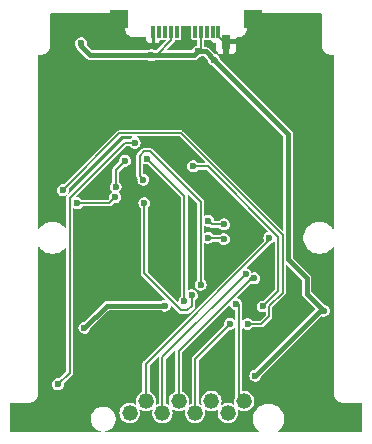
<source format=gbr>
%TF.GenerationSoftware,KiCad,Pcbnew,8.0.1*%
%TF.CreationDate,2024-04-03T17:06:29+11:00*%
%TF.ProjectId,DB9 RS232 Adapter,44423920-5253-4323-9332-204164617074,rev?*%
%TF.SameCoordinates,Original*%
%TF.FileFunction,Copper,L2,Bot*%
%TF.FilePolarity,Positive*%
%FSLAX46Y46*%
G04 Gerber Fmt 4.6, Leading zero omitted, Abs format (unit mm)*
G04 Created by KiCad (PCBNEW 8.0.1) date 2024-04-03 17:06:29*
%MOMM*%
%LPD*%
G01*
G04 APERTURE LIST*
%TA.AperFunction,SMDPad,CuDef*%
%ADD10R,0.300000X1.000000*%
%TD*%
%TA.AperFunction,SMDPad,CuDef*%
%ADD11R,0.700000X1.150000*%
%TD*%
%TA.AperFunction,ComponentPad*%
%ADD12C,1.320800*%
%TD*%
%TA.AperFunction,ComponentPad*%
%ADD13O,3.750000X1.490600*%
%TD*%
%TA.AperFunction,SMDPad,CuDef*%
%ADD14R,1.500000X1.500000*%
%TD*%
%TA.AperFunction,ViaPad*%
%ADD15C,0.600000*%
%TD*%
%TA.AperFunction,Conductor*%
%ADD16C,0.200000*%
%TD*%
%TA.AperFunction,Conductor*%
%ADD17C,0.400000*%
%TD*%
%TA.AperFunction,Conductor*%
%ADD18C,0.127000*%
%TD*%
G04 APERTURE END LIST*
D10*
%TO.P,P1,B1,GND*%
%TO.N,Earth*%
X235390000Y-74250000D03*
%TO.P,P1,B2*%
%TO.N,N/C*%
X234890000Y-74250000D03*
%TO.P,P1,B3*%
X234390000Y-74250000D03*
%TO.P,P1,B4,VBUS*%
%TO.N,VCC*%
X233890000Y-74250000D03*
%TO.P,P1,B5,VCONN*%
%TO.N,unconnected-(P1-VCONN-PadB5)*%
X233390000Y-74250000D03*
%TO.P,P1,B8*%
%TO.N,N/C*%
X231890000Y-74250000D03*
%TO.P,P1,B9,VBUS*%
%TO.N,VCC*%
X231390000Y-74250000D03*
%TO.P,P1,B10*%
%TO.N,N/C*%
X230890000Y-74250000D03*
%TO.P,P1,B11*%
X230390000Y-74250000D03*
%TO.P,P1,B12,GND*%
%TO.N,Earth*%
X229890000Y-74250000D03*
D11*
%TO.P,P1,S1,SHIELD*%
X236060000Y-75090000D03*
%TD*%
D12*
%TO.P,J1,1,1*%
%TO.N,DCD*%
X237569999Y-105542999D03*
%TO.P,J1,2,2*%
%TO.N,RX*%
X234800000Y-105542999D03*
%TO.P,J1,3,3*%
%TO.N,TX*%
X232030000Y-105542999D03*
%TO.P,J1,4,4*%
%TO.N,DTR*%
X229260000Y-105542999D03*
%TO.P,J1,5,5*%
%TO.N,Earth*%
X226490001Y-105542999D03*
%TO.P,J1,6,6*%
%TO.N,DSR*%
X236185001Y-106543000D03*
%TO.P,J1,7,7*%
%TO.N,RTS*%
X233415001Y-106543000D03*
%TO.P,J1,8,8*%
%TO.N,CTS*%
X230645001Y-106543000D03*
%TO.P,J1,9,9*%
%TO.N,RI*%
X227875002Y-106543000D03*
D13*
%TO.P,J1,10,5*%
%TO.N,Earth*%
X245125000Y-107243000D03*
%TO.P,J1,11,5*%
X220135000Y-107243000D03*
%TD*%
D14*
%TO.P,TP4,1*%
%TO.N,Earth*%
X238340000Y-73210000D03*
%TD*%
%TO.P,TP2,1*%
%TO.N,Earth*%
X226940000Y-73210000D03*
%TD*%
D15*
%TO.N,Earth*%
X226890000Y-79150000D03*
X241820000Y-105120000D03*
X242020000Y-107440000D03*
X223320000Y-81580000D03*
X223550000Y-107410000D03*
X220970000Y-77900000D03*
X223780000Y-78420000D03*
X223300000Y-105250000D03*
X220850000Y-87230000D03*
X229950000Y-103680000D03*
X226460000Y-75130000D03*
X221120000Y-95830000D03*
X225760000Y-100910000D03*
X237520000Y-82670000D03*
X235180000Y-103210000D03*
X236240000Y-98080000D03*
X225930000Y-94040000D03*
X227680000Y-89050000D03*
X242300000Y-77730000D03*
X234160000Y-87070000D03*
X232110000Y-107460000D03*
X229350000Y-107590000D03*
%TO.N,VCC*%
X244310000Y-97875000D03*
X233665000Y-75925000D03*
X229720000Y-76240000D03*
X235010000Y-76640000D03*
X223770000Y-75240000D03*
X230860000Y-97450000D03*
X224045000Y-99325000D03*
X238505000Y-103380000D03*
%TO.N,Net-(D1-K)*%
X227480000Y-85190000D03*
X226680000Y-87390000D03*
%TO.N,Net-(D2-K)*%
X228302500Y-83662500D03*
X221800000Y-104110000D03*
%TO.N,SLEEP#*%
X237855000Y-99000000D03*
X222210000Y-87670000D03*
X223432500Y-88790000D03*
X226640000Y-88270000D03*
%TO.N,CTS*%
X237694679Y-94779937D03*
%TO.N,~{RI}*%
X233880000Y-95670000D03*
X229040000Y-86780000D03*
%TO.N,DTR*%
X239695000Y-91715000D03*
%TO.N,~{DTR}*%
X235860000Y-90570000D03*
X234510000Y-90250000D03*
%TO.N,~{RTS}*%
X229110000Y-88770000D03*
X233140000Y-96570000D03*
%TO.N,~{DSR}*%
X239130000Y-97520000D03*
X233240000Y-85650000D03*
%TO.N,TX*%
X238411306Y-95135534D03*
%TO.N,RTS*%
X236380000Y-98990000D03*
%TO.N,~{DCD}*%
X232500000Y-97100000D03*
X229340000Y-85000000D03*
%TO.N,DCD*%
X236860000Y-97310000D03*
%TO.N,TXD*%
X235855000Y-91810000D03*
X234510735Y-91699265D03*
%TD*%
D16*
%TO.N,Earth*%
X236060000Y-75090000D02*
X235894212Y-75090000D01*
X235894212Y-75090000D02*
X235478989Y-74674777D01*
D17*
%TO.N,VCC*%
X224507332Y-76240000D02*
X223770000Y-75502668D01*
D16*
X229720000Y-76240000D02*
X230150000Y-76240000D01*
X233890000Y-74250000D02*
X233840000Y-74300000D01*
X233890000Y-75700000D02*
X233890000Y-74250000D01*
D17*
X225920000Y-97450000D02*
X230860000Y-97450000D01*
X241287000Y-82917000D02*
X235010000Y-76640000D01*
X235110000Y-76640000D02*
X235010000Y-76640000D01*
X241287000Y-93537000D02*
X241287000Y-82917000D01*
X244310000Y-97875000D02*
X244010000Y-97875000D01*
D16*
X231390000Y-75000000D02*
X231390000Y-74250000D01*
X233665000Y-75925000D02*
X233890000Y-75700000D01*
X230150000Y-76240000D02*
X231390000Y-75000000D01*
D17*
X242860000Y-96425000D02*
X242860000Y-95110000D01*
X235010000Y-76640000D02*
X234295000Y-75925000D01*
X244310000Y-97875000D02*
X242860000Y-96425000D01*
X229720000Y-76240000D02*
X224507332Y-76240000D01*
X224045000Y-99325000D02*
X225920000Y-97450000D01*
X244010000Y-97875000D02*
X238505000Y-103380000D01*
X234295000Y-75925000D02*
X233665000Y-75925000D01*
X233350000Y-76240000D02*
X229720000Y-76240000D01*
X242860000Y-95110000D02*
X241287000Y-93537000D01*
X233665000Y-75925000D02*
X233350000Y-76240000D01*
D16*
%TO.N,Net-(D1-K)*%
X227490000Y-85180000D02*
X226680000Y-85990000D01*
X226680000Y-85990000D02*
X226680000Y-87390000D01*
%TO.N,Net-(D2-K)*%
X227447500Y-83662500D02*
X228302500Y-83662500D01*
X222790000Y-88320000D02*
X227447500Y-83662500D01*
X222790000Y-103120000D02*
X222790000Y-88320000D01*
X221800000Y-104110000D02*
X222790000Y-103120000D01*
D18*
%TO.N,SLEEP#*%
X222210000Y-87650000D02*
X227010000Y-82850000D01*
X222190000Y-87670000D02*
X222190000Y-87650000D01*
X239693500Y-98336500D02*
X239030000Y-99000000D01*
X232192596Y-82850000D02*
X240823500Y-91480904D01*
X239030000Y-99000000D02*
X237855000Y-99000000D01*
X222190000Y-87670000D02*
X222190000Y-87670000D01*
X226120000Y-88790000D02*
X226640000Y-88270000D01*
X227010000Y-82850000D02*
X232192596Y-82850000D01*
X240823500Y-96340566D02*
X239693500Y-97470566D01*
X222190000Y-87650000D02*
X222210000Y-87650000D01*
X240823500Y-91480904D02*
X240823500Y-96340566D01*
X239693500Y-97470566D02*
X239693500Y-98336500D01*
X223432500Y-88790000D02*
X226120000Y-88790000D01*
D16*
%TO.N,CTS*%
X237694679Y-94779937D02*
X230645001Y-101829615D01*
X230645001Y-101829615D02*
X230645001Y-106543000D01*
%TO.N,~{RI}*%
X233880000Y-88691471D02*
X229588529Y-84400000D01*
X229588529Y-84400000D02*
X229091471Y-84400000D01*
X228740000Y-84751471D02*
X228740000Y-86480000D01*
X233880000Y-95670000D02*
X233880000Y-88691471D01*
X229091471Y-84400000D02*
X228740000Y-84751471D01*
X228740000Y-86480000D02*
X229040000Y-86780000D01*
%TO.N,DTR*%
X239695000Y-91925000D02*
X229260000Y-102360000D01*
X229260000Y-102360000D02*
X229260000Y-105542999D01*
X239695000Y-91715000D02*
X239695000Y-91925000D01*
%TO.N,~{DTR}*%
X235860000Y-90570000D02*
X234830000Y-90570000D01*
X234830000Y-90570000D02*
X234510000Y-90250000D01*
%TO.N,~{RTS}*%
X233140000Y-96570000D02*
X233140000Y-97458529D01*
X229110000Y-94708529D02*
X229110000Y-88770000D01*
X232251471Y-97850000D02*
X229110000Y-94708529D01*
X232748529Y-97850000D02*
X232251471Y-97850000D01*
X233140000Y-97458529D02*
X232748529Y-97850000D01*
%TO.N,~{DSR}*%
X234478529Y-85650000D02*
X240460000Y-91631471D01*
X233240000Y-85650000D02*
X234478529Y-85650000D01*
X240460000Y-96190000D02*
X239130000Y-97520000D01*
X240460000Y-91631471D02*
X240460000Y-96190000D01*
%TO.N,TX*%
X232030000Y-101291471D02*
X232030000Y-105542999D01*
X238411306Y-95135534D02*
X238187611Y-95135534D01*
X238187611Y-95135534D02*
X237943208Y-95379937D01*
X237943208Y-95379937D02*
X237941534Y-95379937D01*
X237941534Y-95379937D02*
X232030000Y-101291471D01*
%TO.N,RTS*%
X233415001Y-106543000D02*
X233415001Y-101954999D01*
X233415001Y-101954999D02*
X236380000Y-98990000D01*
%TO.N,~{DCD}*%
X229340000Y-85000000D02*
X232500000Y-88160000D01*
X232500000Y-88160000D02*
X232500000Y-97100000D01*
%TO.N,DCD*%
X237040000Y-97310000D02*
X237120000Y-97390000D01*
X237120000Y-105093000D02*
X237569999Y-105542999D01*
X236860000Y-97310000D02*
X237040000Y-97310000D01*
X237120000Y-97390000D02*
X237120000Y-105093000D01*
%TO.N,TXD*%
X234571470Y-91760000D02*
X234510735Y-91699265D01*
X235805000Y-91760000D02*
X234571470Y-91760000D01*
%TD*%
%TA.AperFunction,Conductor*%
%TO.N,Earth*%
G36*
X244125148Y-72724852D02*
G01*
X244139500Y-72759500D01*
X244139500Y-75488847D01*
X244170260Y-75643487D01*
X244170263Y-75643498D01*
X244225355Y-75776503D01*
X244230606Y-75789179D01*
X244318211Y-75920289D01*
X244429711Y-76031789D01*
X244560821Y-76119394D01*
X244706503Y-76179737D01*
X244706509Y-76179738D01*
X244706512Y-76179739D01*
X244861152Y-76210499D01*
X244861158Y-76210500D01*
X244874108Y-76210500D01*
X245090500Y-76210500D01*
X245125148Y-76224852D01*
X245139500Y-76259500D01*
X245139500Y-90912555D01*
X245125148Y-90947203D01*
X245090500Y-90961555D01*
X245055852Y-90947203D01*
X245050858Y-90941357D01*
X245015533Y-90892736D01*
X244970104Y-90830208D01*
X244970100Y-90830204D01*
X244970098Y-90830201D01*
X244819798Y-90679901D01*
X244819793Y-90679897D01*
X244811573Y-90673925D01*
X244755505Y-90633189D01*
X244647821Y-90554952D01*
X244647813Y-90554947D01*
X244458413Y-90458443D01*
X244256243Y-90392754D01*
X244256240Y-90392753D01*
X244094957Y-90367208D01*
X244046287Y-90359500D01*
X243833713Y-90359500D01*
X243794202Y-90365757D01*
X243623759Y-90392753D01*
X243623756Y-90392754D01*
X243421586Y-90458443D01*
X243232186Y-90554947D01*
X243232178Y-90554952D01*
X243060206Y-90679897D01*
X242909897Y-90830206D01*
X242784952Y-91002178D01*
X242784947Y-91002186D01*
X242688443Y-91191586D01*
X242622754Y-91393756D01*
X242622753Y-91393759D01*
X242589500Y-91603713D01*
X242589500Y-91816286D01*
X242622753Y-92026240D01*
X242622754Y-92026243D01*
X242688443Y-92228413D01*
X242784947Y-92417813D01*
X242784952Y-92417821D01*
X242909897Y-92589793D01*
X242909901Y-92589798D01*
X243060202Y-92740099D01*
X243060206Y-92740102D01*
X243060208Y-92740104D01*
X243232184Y-92865051D01*
X243421588Y-92961557D01*
X243623757Y-93027246D01*
X243833713Y-93060500D01*
X243833714Y-93060500D01*
X244046286Y-93060500D01*
X244046287Y-93060500D01*
X244256243Y-93027246D01*
X244458412Y-92961557D01*
X244647816Y-92865051D01*
X244819792Y-92740104D01*
X244819795Y-92740100D01*
X244819798Y-92740099D01*
X244970099Y-92589798D01*
X244970100Y-92589795D01*
X244970104Y-92589792D01*
X245050858Y-92478643D01*
X245082835Y-92459047D01*
X245119301Y-92467802D01*
X245138897Y-92499779D01*
X245139500Y-92507444D01*
X245139500Y-104948847D01*
X245170260Y-105103487D01*
X245170263Y-105103498D01*
X245225355Y-105236503D01*
X245230606Y-105249179D01*
X245289271Y-105336978D01*
X245306673Y-105363022D01*
X245318211Y-105380289D01*
X245429711Y-105491789D01*
X245560821Y-105579394D01*
X245706503Y-105639737D01*
X245706509Y-105639738D01*
X245706512Y-105639739D01*
X245861152Y-105670499D01*
X245861158Y-105670500D01*
X245874108Y-105670500D01*
X247485500Y-105670500D01*
X247520148Y-105684852D01*
X247534500Y-105719500D01*
X247534500Y-108120532D01*
X247520148Y-108155180D01*
X247485500Y-108169532D01*
X240449778Y-108169532D01*
X240415130Y-108155180D01*
X240400778Y-108120532D01*
X240415130Y-108085884D01*
X240420971Y-108080894D01*
X240479882Y-108038093D01*
X240543946Y-107974029D01*
X240625080Y-107892896D01*
X240625081Y-107892893D01*
X240625085Y-107892890D01*
X240745786Y-107726759D01*
X240839012Y-107543793D01*
X240902468Y-107348495D01*
X240934592Y-107145674D01*
X240934592Y-106940326D01*
X240902468Y-106737505D01*
X240839012Y-106542207D01*
X240745786Y-106359241D01*
X240625085Y-106193110D01*
X240625083Y-106193108D01*
X240625080Y-106193104D01*
X240479888Y-106047912D01*
X240479883Y-106047908D01*
X240479882Y-106047907D01*
X240313751Y-105927206D01*
X240130785Y-105833980D01*
X240130784Y-105833979D01*
X240130783Y-105833979D01*
X239935487Y-105770524D01*
X239935484Y-105770523D01*
X239779682Y-105745846D01*
X239732666Y-105738400D01*
X239527318Y-105738400D01*
X239489149Y-105744445D01*
X239324499Y-105770523D01*
X239324496Y-105770524D01*
X239129200Y-105833979D01*
X238946233Y-105927206D01*
X238780100Y-106047908D01*
X238634900Y-106193108D01*
X238514198Y-106359241D01*
X238420971Y-106542208D01*
X238357516Y-106737504D01*
X238357515Y-106737507D01*
X238325392Y-106940326D01*
X238325392Y-107145673D01*
X238357515Y-107348492D01*
X238357516Y-107348495D01*
X238420972Y-107543793D01*
X238514198Y-107726759D01*
X238610316Y-107859054D01*
X238634900Y-107892891D01*
X238634904Y-107892896D01*
X238780095Y-108038087D01*
X238780098Y-108038089D01*
X238780102Y-108038093D01*
X238839008Y-108080891D01*
X238858603Y-108112867D01*
X238849848Y-108149334D01*
X238817871Y-108168929D01*
X238810206Y-108169532D01*
X225849236Y-108169532D01*
X225814588Y-108155180D01*
X225800236Y-108120532D01*
X225814588Y-108085884D01*
X225839677Y-108072474D01*
X225892340Y-108061998D01*
X225936441Y-108053226D01*
X226127638Y-107974029D01*
X226299710Y-107859054D01*
X226446046Y-107712718D01*
X226561021Y-107540646D01*
X226640218Y-107349449D01*
X226680592Y-107146475D01*
X226680592Y-106939525D01*
X226640218Y-106736551D01*
X226561021Y-106545354D01*
X226446046Y-106373282D01*
X226299710Y-106226946D01*
X226127638Y-106111971D01*
X226127635Y-106111969D01*
X226127634Y-106111969D01*
X225936444Y-106032775D01*
X225936442Y-106032774D01*
X225936441Y-106032774D01*
X225936438Y-106032773D01*
X225936429Y-106032771D01*
X225733472Y-105992400D01*
X225733467Y-105992400D01*
X225526517Y-105992400D01*
X225526511Y-105992400D01*
X225323554Y-106032771D01*
X225323539Y-106032775D01*
X225132349Y-106111969D01*
X224960274Y-106226945D01*
X224813937Y-106373282D01*
X224698961Y-106545357D01*
X224619767Y-106736547D01*
X224619763Y-106736562D01*
X224579392Y-106939519D01*
X224579392Y-107146480D01*
X224619763Y-107349437D01*
X224619767Y-107349452D01*
X224642320Y-107403900D01*
X224698963Y-107540646D01*
X224813938Y-107712718D01*
X224960274Y-107859054D01*
X225132346Y-107974029D01*
X225323543Y-108053226D01*
X225351532Y-108058793D01*
X225420307Y-108072474D01*
X225451490Y-108093309D01*
X225458806Y-108130091D01*
X225437971Y-108161274D01*
X225410748Y-108169532D01*
X217794500Y-108169532D01*
X217759852Y-108155180D01*
X217745500Y-108120532D01*
X217745500Y-105719500D01*
X217759852Y-105684852D01*
X217794500Y-105670500D01*
X219418842Y-105670500D01*
X219573497Y-105639737D01*
X219719179Y-105579394D01*
X219850289Y-105491789D01*
X219961789Y-105380289D01*
X220049394Y-105249179D01*
X220109737Y-105103497D01*
X220140500Y-104948842D01*
X220140500Y-104870000D01*
X220140500Y-104804108D01*
X220140500Y-92507444D01*
X220154852Y-92472796D01*
X220189500Y-92458444D01*
X220224148Y-92472796D01*
X220229142Y-92478643D01*
X220264904Y-92527866D01*
X220309897Y-92589793D01*
X220309901Y-92589798D01*
X220460202Y-92740099D01*
X220460206Y-92740102D01*
X220460208Y-92740104D01*
X220632184Y-92865051D01*
X220821588Y-92961557D01*
X221023757Y-93027246D01*
X221233713Y-93060500D01*
X221233714Y-93060500D01*
X221446286Y-93060500D01*
X221446287Y-93060500D01*
X221656243Y-93027246D01*
X221858412Y-92961557D01*
X222047816Y-92865051D01*
X222219792Y-92740104D01*
X222219795Y-92740100D01*
X222219798Y-92740099D01*
X222370099Y-92589798D01*
X222370100Y-92589795D01*
X222370104Y-92589792D01*
X222400858Y-92547461D01*
X222432834Y-92527866D01*
X222469301Y-92536621D01*
X222488897Y-92568597D01*
X222489500Y-92576263D01*
X222489500Y-102975232D01*
X222475148Y-103009880D01*
X221889880Y-103595148D01*
X221855232Y-103609500D01*
X221728034Y-103609500D01*
X221589949Y-103650046D01*
X221468871Y-103727857D01*
X221374625Y-103836623D01*
X221374624Y-103836625D01*
X221314833Y-103967545D01*
X221294353Y-104109997D01*
X221294353Y-104110002D01*
X221314833Y-104252454D01*
X221346935Y-104322746D01*
X221374623Y-104383373D01*
X221374624Y-104383374D01*
X221374625Y-104383376D01*
X221398128Y-104410500D01*
X221468872Y-104492143D01*
X221589947Y-104569953D01*
X221666785Y-104592514D01*
X221728034Y-104610499D01*
X221728037Y-104610499D01*
X221728039Y-104610500D01*
X221728040Y-104610500D01*
X221871960Y-104610500D01*
X221871961Y-104610500D01*
X221871963Y-104610499D01*
X221871965Y-104610499D01*
X221894795Y-104603795D01*
X222010053Y-104569953D01*
X222131128Y-104492143D01*
X222225377Y-104383373D01*
X222285165Y-104252457D01*
X222285165Y-104252455D01*
X222285166Y-104252454D01*
X222305647Y-104110001D01*
X222305647Y-104110000D01*
X222305647Y-104109997D01*
X222298995Y-104063741D01*
X222308269Y-104027406D01*
X222312841Y-104022128D01*
X223030460Y-103304511D01*
X223070021Y-103235989D01*
X223090500Y-103159562D01*
X223090500Y-99325002D01*
X223539353Y-99325002D01*
X223559833Y-99467454D01*
X223574925Y-99500499D01*
X223619623Y-99598373D01*
X223619624Y-99598374D01*
X223619625Y-99598376D01*
X223713871Y-99707142D01*
X223713872Y-99707143D01*
X223834947Y-99784953D01*
X223911785Y-99807514D01*
X223973034Y-99825499D01*
X223973037Y-99825499D01*
X223973039Y-99825500D01*
X223973040Y-99825500D01*
X224116960Y-99825500D01*
X224116961Y-99825500D01*
X224116963Y-99825499D01*
X224116965Y-99825499D01*
X224139795Y-99818795D01*
X224255053Y-99784953D01*
X224376128Y-99707143D01*
X224470377Y-99598373D01*
X224530165Y-99467457D01*
X224530165Y-99467455D01*
X224530166Y-99467454D01*
X224538125Y-99412089D01*
X224551976Y-99384415D01*
X226071541Y-97864852D01*
X226106189Y-97850500D01*
X230543049Y-97850500D01*
X230569540Y-97858279D01*
X230649947Y-97909953D01*
X230709803Y-97927528D01*
X230788034Y-97950499D01*
X230788037Y-97950499D01*
X230788039Y-97950500D01*
X230788040Y-97950500D01*
X230931960Y-97950500D01*
X230931961Y-97950500D01*
X230931963Y-97950499D01*
X230931965Y-97950499D01*
X230970871Y-97939075D01*
X231070053Y-97909953D01*
X231191128Y-97832143D01*
X231285377Y-97723373D01*
X231345165Y-97592457D01*
X231345165Y-97592455D01*
X231345166Y-97592454D01*
X231355582Y-97520002D01*
X231359365Y-97493687D01*
X231378501Y-97461436D01*
X231414839Y-97452161D01*
X231442514Y-97466014D01*
X232011011Y-98034511D01*
X232066960Y-98090460D01*
X232135482Y-98130021D01*
X232170949Y-98139524D01*
X232211907Y-98150500D01*
X232211909Y-98150500D01*
X232788093Y-98150500D01*
X232814759Y-98143354D01*
X232864518Y-98130021D01*
X232933040Y-98090460D01*
X232988989Y-98034511D01*
X233380460Y-97643040D01*
X233420022Y-97574517D01*
X233440499Y-97498094D01*
X233440500Y-97498094D01*
X233440500Y-96998582D01*
X233454852Y-96963934D01*
X233463005Y-96957363D01*
X233471128Y-96952143D01*
X233565377Y-96843373D01*
X233625165Y-96712457D01*
X233625165Y-96712455D01*
X233625166Y-96712454D01*
X233645647Y-96570002D01*
X233645647Y-96569997D01*
X233625166Y-96427545D01*
X233609426Y-96393080D01*
X233565377Y-96296627D01*
X233471128Y-96187857D01*
X233350053Y-96110047D01*
X233350050Y-96110046D01*
X233211965Y-96069500D01*
X233211961Y-96069500D01*
X233068039Y-96069500D01*
X233068034Y-96069500D01*
X232929948Y-96110046D01*
X232875991Y-96144722D01*
X232839084Y-96151380D01*
X232808278Y-96129991D01*
X232800500Y-96103500D01*
X232800500Y-88155238D01*
X232814852Y-88120590D01*
X232849500Y-88106238D01*
X232884148Y-88120590D01*
X233565148Y-88801590D01*
X233579500Y-88836238D01*
X233579500Y-95241417D01*
X233565148Y-95276065D01*
X233556994Y-95282637D01*
X233548872Y-95287857D01*
X233548868Y-95287860D01*
X233454625Y-95396623D01*
X233454624Y-95396625D01*
X233394833Y-95527545D01*
X233374353Y-95669997D01*
X233374353Y-95670002D01*
X233394833Y-95812454D01*
X233426935Y-95882746D01*
X233454623Y-95943373D01*
X233454624Y-95943374D01*
X233454625Y-95943376D01*
X233548871Y-96052142D01*
X233548872Y-96052143D01*
X233669947Y-96129953D01*
X233742922Y-96151380D01*
X233808034Y-96170499D01*
X233808037Y-96170499D01*
X233808039Y-96170500D01*
X233808040Y-96170500D01*
X233951960Y-96170500D01*
X233951961Y-96170500D01*
X233951963Y-96170499D01*
X233951965Y-96170499D01*
X233974795Y-96163795D01*
X234090053Y-96129953D01*
X234211128Y-96052143D01*
X234305377Y-95943373D01*
X234365165Y-95812457D01*
X234365165Y-95812455D01*
X234365166Y-95812454D01*
X234385647Y-95670002D01*
X234385647Y-95669997D01*
X234365166Y-95527545D01*
X234360659Y-95517676D01*
X234305377Y-95396627D01*
X234211128Y-95287857D01*
X234203006Y-95282637D01*
X234181619Y-95251830D01*
X234180500Y-95241417D01*
X234180500Y-92171718D01*
X234194852Y-92137070D01*
X234229500Y-92122718D01*
X234255991Y-92130496D01*
X234300682Y-92159218D01*
X234343254Y-92171718D01*
X234438769Y-92199764D01*
X234438772Y-92199764D01*
X234438774Y-92199765D01*
X234438775Y-92199765D01*
X234582695Y-92199765D01*
X234582696Y-92199765D01*
X234582698Y-92199764D01*
X234582700Y-92199764D01*
X234629606Y-92185991D01*
X234720788Y-92159218D01*
X234841863Y-92081408D01*
X234845326Y-92077412D01*
X234878863Y-92060625D01*
X234882358Y-92060500D01*
X235388167Y-92060500D01*
X235422815Y-92074852D01*
X235429389Y-92083010D01*
X235429621Y-92083372D01*
X235508976Y-92174952D01*
X235523872Y-92192143D01*
X235644947Y-92269953D01*
X235721785Y-92292514D01*
X235783034Y-92310499D01*
X235783037Y-92310499D01*
X235783039Y-92310500D01*
X235783040Y-92310500D01*
X235926960Y-92310500D01*
X235926961Y-92310500D01*
X235926963Y-92310499D01*
X235926965Y-92310499D01*
X235949795Y-92303795D01*
X236065053Y-92269953D01*
X236186128Y-92192143D01*
X236280377Y-92083373D01*
X236340165Y-91952457D01*
X236340165Y-91952455D01*
X236340166Y-91952454D01*
X236360647Y-91810002D01*
X236360647Y-91809997D01*
X236340166Y-91667545D01*
X236296779Y-91572543D01*
X236280377Y-91536627D01*
X236186128Y-91427857D01*
X236065053Y-91350047D01*
X236065050Y-91350046D01*
X235926965Y-91309500D01*
X235926961Y-91309500D01*
X235783039Y-91309500D01*
X235783034Y-91309500D01*
X235644949Y-91350046D01*
X235523871Y-91427857D01*
X235511107Y-91442588D01*
X235477570Y-91459375D01*
X235474075Y-91459500D01*
X234982950Y-91459500D01*
X234948302Y-91445148D01*
X234938378Y-91430855D01*
X234936112Y-91425892D01*
X234841863Y-91317122D01*
X234720788Y-91239312D01*
X234720785Y-91239311D01*
X234582700Y-91198765D01*
X234582696Y-91198765D01*
X234438774Y-91198765D01*
X234438769Y-91198765D01*
X234300683Y-91239311D01*
X234255991Y-91268033D01*
X234219084Y-91274691D01*
X234188278Y-91253302D01*
X234180500Y-91226811D01*
X234180500Y-90722925D01*
X234194852Y-90688277D01*
X234229500Y-90673925D01*
X234255989Y-90681703D01*
X234299947Y-90709953D01*
X234344126Y-90722925D01*
X234438034Y-90750499D01*
X234438037Y-90750499D01*
X234438039Y-90750500D01*
X234438040Y-90750500D01*
X234565233Y-90750500D01*
X234599881Y-90764852D01*
X234645489Y-90810460D01*
X234714011Y-90850021D01*
X234749478Y-90859524D01*
X234790436Y-90870500D01*
X234790438Y-90870500D01*
X234869562Y-90870500D01*
X235435750Y-90870500D01*
X235470398Y-90884852D01*
X235472782Y-90887412D01*
X235519526Y-90941357D01*
X235528872Y-90952143D01*
X235649947Y-91029953D01*
X235725902Y-91052255D01*
X235788034Y-91070499D01*
X235788037Y-91070499D01*
X235788039Y-91070500D01*
X235788040Y-91070500D01*
X235931960Y-91070500D01*
X235931961Y-91070500D01*
X235931963Y-91070499D01*
X235931965Y-91070499D01*
X235954795Y-91063795D01*
X236070053Y-91029953D01*
X236191128Y-90952143D01*
X236285377Y-90843373D01*
X236345165Y-90712457D01*
X236345165Y-90712455D01*
X236345166Y-90712454D01*
X236365647Y-90570002D01*
X236365647Y-90569997D01*
X236345166Y-90427545D01*
X236314090Y-90359500D01*
X236285377Y-90296627D01*
X236261763Y-90269375D01*
X236191128Y-90187857D01*
X236070053Y-90110047D01*
X236061532Y-90107545D01*
X235931965Y-90069500D01*
X235931961Y-90069500D01*
X235788039Y-90069500D01*
X235788034Y-90069500D01*
X235649949Y-90110046D01*
X235528871Y-90187857D01*
X235472782Y-90252588D01*
X235439246Y-90269375D01*
X235435750Y-90269500D01*
X235060909Y-90269500D01*
X235026261Y-90255148D01*
X235012408Y-90227473D01*
X234995166Y-90107545D01*
X234977791Y-90069500D01*
X234935377Y-89976627D01*
X234841128Y-89867857D01*
X234720053Y-89790047D01*
X234720050Y-89790046D01*
X234581965Y-89749500D01*
X234581961Y-89749500D01*
X234438039Y-89749500D01*
X234438034Y-89749500D01*
X234299948Y-89790046D01*
X234255991Y-89818295D01*
X234219083Y-89824953D01*
X234188278Y-89803564D01*
X234180500Y-89777073D01*
X234180500Y-88651907D01*
X234171843Y-88619605D01*
X234160021Y-88575482D01*
X234160020Y-88575480D01*
X234160020Y-88575479D01*
X234126041Y-88516627D01*
X234120460Y-88506960D01*
X234064511Y-88451011D01*
X229773040Y-84159540D01*
X229704519Y-84119979D01*
X229628093Y-84099500D01*
X229628091Y-84099500D01*
X229051909Y-84099500D01*
X229051907Y-84099500D01*
X228975481Y-84119979D01*
X228975479Y-84119979D01*
X228906959Y-84159540D01*
X228906959Y-84159541D01*
X228499541Y-84566959D01*
X228499540Y-84566959D01*
X228459979Y-84635479D01*
X228459979Y-84635481D01*
X228439500Y-84711907D01*
X228439500Y-86519563D01*
X228459979Y-86595989D01*
X228459979Y-86595991D01*
X228483970Y-86637543D01*
X228499540Y-86664511D01*
X228527150Y-86692121D01*
X228541502Y-86726769D01*
X228541003Y-86733742D01*
X228534353Y-86779998D01*
X228534353Y-86780002D01*
X228554833Y-86922454D01*
X228577383Y-86971830D01*
X228614623Y-87053373D01*
X228614624Y-87053374D01*
X228614625Y-87053376D01*
X228669432Y-87116627D01*
X228708872Y-87162143D01*
X228829947Y-87239953D01*
X228906785Y-87262514D01*
X228968034Y-87280499D01*
X228968037Y-87280499D01*
X228968039Y-87280500D01*
X228968040Y-87280500D01*
X229111960Y-87280500D01*
X229111961Y-87280500D01*
X229111963Y-87280499D01*
X229111965Y-87280499D01*
X229134795Y-87273795D01*
X229250053Y-87239953D01*
X229371128Y-87162143D01*
X229465377Y-87053373D01*
X229525165Y-86922457D01*
X229525165Y-86922455D01*
X229525166Y-86922454D01*
X229545647Y-86780002D01*
X229545647Y-86779997D01*
X229525165Y-86637544D01*
X229525165Y-86637543D01*
X229465377Y-86506627D01*
X229371128Y-86397857D01*
X229250053Y-86320047D01*
X229250050Y-86320046D01*
X229111965Y-86279500D01*
X229111961Y-86279500D01*
X229089500Y-86279500D01*
X229054852Y-86265148D01*
X229040500Y-86230500D01*
X229040500Y-85492205D01*
X229054852Y-85457557D01*
X229089500Y-85443205D01*
X229115990Y-85450983D01*
X229129947Y-85459953D01*
X229183175Y-85475582D01*
X229268034Y-85500499D01*
X229268037Y-85500499D01*
X229268039Y-85500500D01*
X229268040Y-85500500D01*
X229395233Y-85500500D01*
X229429881Y-85514852D01*
X232185148Y-88270119D01*
X232199500Y-88304767D01*
X232199500Y-96671417D01*
X232185148Y-96706065D01*
X232176994Y-96712637D01*
X232168872Y-96717857D01*
X232168868Y-96717860D01*
X232074625Y-96826623D01*
X232074624Y-96826625D01*
X232014834Y-96957544D01*
X231999746Y-97062481D01*
X231980609Y-97094734D01*
X231944271Y-97104008D01*
X231916597Y-97090155D01*
X229424852Y-94598410D01*
X229410500Y-94563762D01*
X229410500Y-89198582D01*
X229424852Y-89163934D01*
X229433005Y-89157363D01*
X229441128Y-89152143D01*
X229535377Y-89043373D01*
X229595165Y-88912457D01*
X229595165Y-88912455D01*
X229595166Y-88912454D01*
X229615647Y-88770001D01*
X229615647Y-88769997D01*
X229595166Y-88627545D01*
X229571389Y-88575482D01*
X229535377Y-88496627D01*
X229441128Y-88387857D01*
X229320053Y-88310047D01*
X229320050Y-88310046D01*
X229181965Y-88269500D01*
X229181961Y-88269500D01*
X229038039Y-88269500D01*
X229038034Y-88269500D01*
X228899949Y-88310046D01*
X228778871Y-88387857D01*
X228684625Y-88496623D01*
X228684624Y-88496625D01*
X228624833Y-88627545D01*
X228604353Y-88769997D01*
X228604353Y-88770001D01*
X228624833Y-88912454D01*
X228656935Y-88982746D01*
X228684623Y-89043373D01*
X228684624Y-89043374D01*
X228684625Y-89043376D01*
X228708485Y-89070912D01*
X228778872Y-89152143D01*
X228786991Y-89157361D01*
X228808380Y-89188165D01*
X228809500Y-89198582D01*
X228809500Y-94748092D01*
X228829978Y-94824516D01*
X228829979Y-94824520D01*
X228847874Y-94855513D01*
X228847875Y-94855514D01*
X228869537Y-94893036D01*
X228869542Y-94893042D01*
X230842352Y-96865852D01*
X230856704Y-96900500D01*
X230842352Y-96935148D01*
X230807704Y-96949500D01*
X230788034Y-96949500D01*
X230649946Y-96990047D01*
X230569540Y-97041721D01*
X230543049Y-97049500D01*
X225867270Y-97049500D01*
X225765414Y-97076792D01*
X225765410Y-97076793D01*
X225707933Y-97109979D01*
X225674086Y-97129520D01*
X223990473Y-98813133D01*
X223969630Y-98825500D01*
X223834949Y-98865046D01*
X223713871Y-98942857D01*
X223619625Y-99051623D01*
X223619624Y-99051625D01*
X223559833Y-99182545D01*
X223539353Y-99324997D01*
X223539353Y-99325002D01*
X223090500Y-99325002D01*
X223090500Y-89254892D01*
X223104852Y-89220244D01*
X223139500Y-89205892D01*
X223165990Y-89213670D01*
X223222447Y-89249953D01*
X223275675Y-89265582D01*
X223360534Y-89290499D01*
X223360537Y-89290499D01*
X223360539Y-89290500D01*
X223360540Y-89290500D01*
X223504460Y-89290500D01*
X223504461Y-89290500D01*
X223504463Y-89290499D01*
X223504465Y-89290499D01*
X223527295Y-89283795D01*
X223642553Y-89249953D01*
X223763628Y-89172143D01*
X223851344Y-89070911D01*
X223884880Y-89054125D01*
X223888376Y-89054000D01*
X226172511Y-89054000D01*
X226172513Y-89054000D01*
X226269544Y-89013808D01*
X226504820Y-88778530D01*
X226539468Y-88764179D01*
X226553272Y-88766163D01*
X226568039Y-88770500D01*
X226568042Y-88770500D01*
X226711960Y-88770500D01*
X226711961Y-88770500D01*
X226711963Y-88770499D01*
X226711965Y-88770499D01*
X226734795Y-88763795D01*
X226850053Y-88729953D01*
X226971128Y-88652143D01*
X227065377Y-88543373D01*
X227125165Y-88412457D01*
X227125165Y-88412455D01*
X227125166Y-88412454D01*
X227145647Y-88270002D01*
X227145647Y-88269997D01*
X227125166Y-88127545D01*
X227111179Y-88096919D01*
X227065377Y-87996627D01*
X227019233Y-87943374D01*
X226971128Y-87887857D01*
X226965243Y-87884075D01*
X226943854Y-87853270D01*
X226950512Y-87816362D01*
X226965243Y-87801631D01*
X227011128Y-87772143D01*
X227105377Y-87663373D01*
X227165165Y-87532457D01*
X227165165Y-87532455D01*
X227165166Y-87532454D01*
X227185647Y-87390002D01*
X227185647Y-87389997D01*
X227165166Y-87247545D01*
X227148041Y-87210047D01*
X227105377Y-87116627D01*
X227050570Y-87053376D01*
X227011131Y-87007860D01*
X227011129Y-87007859D01*
X227011128Y-87007857D01*
X227003006Y-87002637D01*
X226981619Y-86971830D01*
X226980500Y-86961417D01*
X226980500Y-86134766D01*
X226994851Y-86100119D01*
X227390118Y-85704851D01*
X227424766Y-85690500D01*
X227551960Y-85690500D01*
X227551961Y-85690500D01*
X227551963Y-85690499D01*
X227551965Y-85690499D01*
X227574795Y-85683795D01*
X227690053Y-85649953D01*
X227811128Y-85572143D01*
X227905377Y-85463373D01*
X227965165Y-85332457D01*
X227965165Y-85332455D01*
X227965166Y-85332454D01*
X227985647Y-85190002D01*
X227985647Y-85189997D01*
X227965166Y-85047545D01*
X227960751Y-85037879D01*
X227905377Y-84916627D01*
X227811128Y-84807857D01*
X227690053Y-84730047D01*
X227690050Y-84730046D01*
X227551965Y-84689500D01*
X227551961Y-84689500D01*
X227408039Y-84689500D01*
X227408034Y-84689500D01*
X227269949Y-84730046D01*
X227148871Y-84807857D01*
X227054625Y-84916623D01*
X227054624Y-84916625D01*
X226994833Y-85047545D01*
X226974353Y-85189997D01*
X226974353Y-85190001D01*
X226981003Y-85236256D01*
X226971728Y-85272594D01*
X226967150Y-85277877D01*
X226495489Y-85749540D01*
X226439541Y-85805488D01*
X226439540Y-85805488D01*
X226399979Y-85874008D01*
X226399979Y-85874010D01*
X226379500Y-85950436D01*
X226379500Y-86961417D01*
X226365148Y-86996065D01*
X226356994Y-87002637D01*
X226348872Y-87007857D01*
X226348868Y-87007860D01*
X226254625Y-87116623D01*
X226254624Y-87116625D01*
X226194833Y-87247545D01*
X226174353Y-87389997D01*
X226174353Y-87390002D01*
X226194833Y-87532454D01*
X226207928Y-87561127D01*
X226254623Y-87663373D01*
X226254624Y-87663374D01*
X226254625Y-87663376D01*
X226348872Y-87772143D01*
X226354756Y-87775925D01*
X226376145Y-87806730D01*
X226369486Y-87843637D01*
X226354757Y-87858367D01*
X226308872Y-87887856D01*
X226214625Y-87996623D01*
X226214624Y-87996625D01*
X226154833Y-88127545D01*
X226134353Y-88269997D01*
X226134353Y-88270000D01*
X226136945Y-88288030D01*
X226147491Y-88361387D01*
X226138216Y-88397725D01*
X226133638Y-88403008D01*
X226024999Y-88511648D01*
X225990352Y-88526000D01*
X223888376Y-88526000D01*
X223853728Y-88511648D01*
X223851344Y-88509088D01*
X223849500Y-88506960D01*
X223763628Y-88407857D01*
X223642553Y-88330047D01*
X223642550Y-88330046D01*
X223504465Y-88289500D01*
X223504461Y-88289500D01*
X223363766Y-88289500D01*
X223329118Y-88275148D01*
X223314766Y-88240500D01*
X223329118Y-88205852D01*
X225384471Y-86150500D01*
X227557619Y-83977352D01*
X227592267Y-83963000D01*
X227878250Y-83963000D01*
X227912898Y-83977352D01*
X227915282Y-83979912D01*
X227971372Y-84044643D01*
X228092447Y-84122453D01*
X228169285Y-84145014D01*
X228230534Y-84162999D01*
X228230537Y-84162999D01*
X228230539Y-84163000D01*
X228230540Y-84163000D01*
X228374460Y-84163000D01*
X228374461Y-84163000D01*
X228374463Y-84162999D01*
X228374465Y-84162999D01*
X228397295Y-84156295D01*
X228512553Y-84122453D01*
X228633628Y-84044643D01*
X228727877Y-83935873D01*
X228787665Y-83804957D01*
X228787665Y-83804955D01*
X228787666Y-83804954D01*
X228808147Y-83662502D01*
X228808147Y-83662497D01*
X228787666Y-83520045D01*
X228783251Y-83510379D01*
X228727877Y-83389127D01*
X228704263Y-83361875D01*
X228633628Y-83280357D01*
X228515159Y-83204222D01*
X228493770Y-83173416D01*
X228500428Y-83136509D01*
X228531234Y-83115120D01*
X228541650Y-83114000D01*
X232062948Y-83114000D01*
X232097596Y-83128352D01*
X234235096Y-85265852D01*
X234249448Y-85300500D01*
X234235096Y-85335148D01*
X234200448Y-85349500D01*
X233664250Y-85349500D01*
X233629602Y-85335148D01*
X233627218Y-85332588D01*
X233571128Y-85267857D01*
X233559733Y-85260534D01*
X233450053Y-85190047D01*
X233449900Y-85190002D01*
X233311965Y-85149500D01*
X233311961Y-85149500D01*
X233168039Y-85149500D01*
X233168034Y-85149500D01*
X233029949Y-85190046D01*
X232908871Y-85267857D01*
X232814625Y-85376623D01*
X232814624Y-85376625D01*
X232754833Y-85507545D01*
X232734353Y-85649997D01*
X232734353Y-85650002D01*
X232754833Y-85792454D01*
X232786935Y-85862746D01*
X232814623Y-85923373D01*
X232814624Y-85923374D01*
X232814625Y-85923376D01*
X232908871Y-86032142D01*
X232908872Y-86032143D01*
X233029947Y-86109953D01*
X233106785Y-86132514D01*
X233168034Y-86150499D01*
X233168037Y-86150499D01*
X233168039Y-86150500D01*
X233168040Y-86150500D01*
X233311960Y-86150500D01*
X233311961Y-86150500D01*
X233311963Y-86150499D01*
X233311965Y-86150499D01*
X233334795Y-86143795D01*
X233450053Y-86109953D01*
X233571128Y-86032143D01*
X233627218Y-85967412D01*
X233660754Y-85950625D01*
X233664250Y-85950500D01*
X234333762Y-85950500D01*
X234368410Y-85964852D01*
X239560791Y-91157233D01*
X239575143Y-91191881D01*
X239560791Y-91226529D01*
X239539948Y-91238896D01*
X239484950Y-91255045D01*
X239363871Y-91332857D01*
X239269625Y-91441623D01*
X239269624Y-91441625D01*
X239209833Y-91572545D01*
X239189353Y-91714997D01*
X239189353Y-91715002D01*
X239209834Y-91857455D01*
X239209834Y-91857457D01*
X239235748Y-91914200D01*
X239237087Y-91951679D01*
X239225824Y-91969203D01*
X229075489Y-102119540D01*
X229019541Y-102175488D01*
X229019540Y-102175488D01*
X228979979Y-102244008D01*
X228979979Y-102244010D01*
X228959500Y-102320436D01*
X228959500Y-104702596D01*
X228945148Y-104737244D01*
X228930431Y-104747360D01*
X228900681Y-104760606D01*
X228827179Y-104793331D01*
X228827178Y-104793332D01*
X228680766Y-104899706D01*
X228559684Y-105034183D01*
X228559678Y-105034191D01*
X228469199Y-105190907D01*
X228469197Y-105190910D01*
X228450266Y-105249175D01*
X228413274Y-105363022D01*
X228394358Y-105542999D01*
X228413274Y-105722976D01*
X228428723Y-105770524D01*
X228429183Y-105771938D01*
X228426240Y-105809326D01*
X228397723Y-105833682D01*
X228360335Y-105830739D01*
X228353784Y-105826725D01*
X228307823Y-105793332D01*
X228142500Y-105719726D01*
X228142497Y-105719725D01*
X228142493Y-105719724D01*
X227965486Y-105682100D01*
X227784518Y-105682100D01*
X227607510Y-105719724D01*
X227607501Y-105719727D01*
X227442181Y-105793332D01*
X227295768Y-105899707D01*
X227174686Y-106034184D01*
X227174680Y-106034192D01*
X227084201Y-106190908D01*
X227084199Y-106190911D01*
X227044186Y-106314059D01*
X227028276Y-106363023D01*
X227009360Y-106543000D01*
X227028276Y-106722977D01*
X227084199Y-106895088D01*
X227174683Y-107051812D01*
X227174686Y-107051815D01*
X227295768Y-107186292D01*
X227295772Y-107186295D01*
X227295774Y-107186297D01*
X227442181Y-107292668D01*
X227607504Y-107366274D01*
X227784518Y-107403900D01*
X227965486Y-107403900D01*
X228142500Y-107366274D01*
X228307823Y-107292668D01*
X228454230Y-107186297D01*
X228575321Y-107051812D01*
X228665805Y-106895088D01*
X228721728Y-106722977D01*
X228740644Y-106543000D01*
X228721728Y-106363023D01*
X228705818Y-106314058D01*
X228708760Y-106276673D01*
X228737278Y-106252316D01*
X228774665Y-106255258D01*
X228781210Y-106259269D01*
X228827179Y-106292667D01*
X228992502Y-106366273D01*
X229169516Y-106403899D01*
X229350484Y-106403899D01*
X229527498Y-106366273D01*
X229692821Y-106292667D01*
X229738783Y-106259273D01*
X229775247Y-106250518D01*
X229807224Y-106270113D01*
X229815980Y-106306579D01*
X229814185Y-106314056D01*
X229798275Y-106363020D01*
X229793979Y-106403899D01*
X229779359Y-106543000D01*
X229798275Y-106722977D01*
X229854198Y-106895088D01*
X229944682Y-107051812D01*
X229944685Y-107051815D01*
X230065767Y-107186292D01*
X230065771Y-107186295D01*
X230065773Y-107186297D01*
X230212180Y-107292668D01*
X230377503Y-107366274D01*
X230554517Y-107403900D01*
X230735485Y-107403900D01*
X230912499Y-107366274D01*
X231077822Y-107292668D01*
X231224229Y-107186297D01*
X231345320Y-107051812D01*
X231435804Y-106895088D01*
X231491727Y-106722977D01*
X231510643Y-106543000D01*
X231491727Y-106363023D01*
X231475817Y-106314057D01*
X231478760Y-106276672D01*
X231507277Y-106252315D01*
X231544664Y-106255258D01*
X231551207Y-106259266D01*
X231597179Y-106292667D01*
X231762502Y-106366273D01*
X231939516Y-106403899D01*
X232120484Y-106403899D01*
X232297498Y-106366273D01*
X232462821Y-106292667D01*
X232508783Y-106259273D01*
X232545247Y-106250518D01*
X232577224Y-106270113D01*
X232585980Y-106306579D01*
X232584185Y-106314056D01*
X232568275Y-106363020D01*
X232563979Y-106403899D01*
X232549359Y-106543000D01*
X232568275Y-106722977D01*
X232624198Y-106895088D01*
X232714682Y-107051812D01*
X232714685Y-107051815D01*
X232835767Y-107186292D01*
X232835771Y-107186295D01*
X232835773Y-107186297D01*
X232982180Y-107292668D01*
X233147503Y-107366274D01*
X233324517Y-107403900D01*
X233505485Y-107403900D01*
X233682499Y-107366274D01*
X233847822Y-107292668D01*
X233994229Y-107186297D01*
X234115320Y-107051812D01*
X234205804Y-106895088D01*
X234261727Y-106722977D01*
X234280643Y-106543000D01*
X234261727Y-106363023D01*
X234245817Y-106314057D01*
X234248760Y-106276672D01*
X234277277Y-106252315D01*
X234314664Y-106255258D01*
X234321207Y-106259266D01*
X234367179Y-106292667D01*
X234532502Y-106366273D01*
X234709516Y-106403899D01*
X234890484Y-106403899D01*
X235067498Y-106366273D01*
X235232821Y-106292667D01*
X235278783Y-106259273D01*
X235315247Y-106250518D01*
X235347224Y-106270113D01*
X235355980Y-106306579D01*
X235354185Y-106314056D01*
X235338275Y-106363020D01*
X235333979Y-106403899D01*
X235319359Y-106543000D01*
X235338275Y-106722977D01*
X235394198Y-106895088D01*
X235484682Y-107051812D01*
X235484685Y-107051815D01*
X235605767Y-107186292D01*
X235605771Y-107186295D01*
X235605773Y-107186297D01*
X235752180Y-107292668D01*
X235917503Y-107366274D01*
X236094517Y-107403900D01*
X236275485Y-107403900D01*
X236452499Y-107366274D01*
X236617822Y-107292668D01*
X236764229Y-107186297D01*
X236885320Y-107051812D01*
X236975804Y-106895088D01*
X237031727Y-106722977D01*
X237050643Y-106543000D01*
X237031727Y-106363023D01*
X237015817Y-106314058D01*
X237018759Y-106276673D01*
X237047277Y-106252316D01*
X237084664Y-106255258D01*
X237091209Y-106259269D01*
X237137178Y-106292667D01*
X237302501Y-106366273D01*
X237479515Y-106403899D01*
X237660483Y-106403899D01*
X237837497Y-106366273D01*
X238002820Y-106292667D01*
X238149227Y-106186296D01*
X238270318Y-106051811D01*
X238360802Y-105895087D01*
X238416725Y-105722976D01*
X238435641Y-105542999D01*
X238416725Y-105363022D01*
X238360802Y-105190911D01*
X238270318Y-105034187D01*
X238243467Y-105004366D01*
X238149232Y-104899706D01*
X238149227Y-104899703D01*
X238149227Y-104899702D01*
X238002820Y-104793331D01*
X237837497Y-104719725D01*
X237837494Y-104719724D01*
X237837490Y-104719723D01*
X237660483Y-104682099D01*
X237479515Y-104682099D01*
X237479511Y-104682099D01*
X237476962Y-104682367D01*
X237476875Y-104681542D01*
X237442810Y-104675226D01*
X237421570Y-104644317D01*
X237420500Y-104634133D01*
X237420500Y-99394219D01*
X237434852Y-99359571D01*
X237469500Y-99345219D01*
X237504148Y-99359571D01*
X237506532Y-99362132D01*
X237523869Y-99382141D01*
X237523870Y-99382142D01*
X237523872Y-99382143D01*
X237644947Y-99459953D01*
X237721785Y-99482514D01*
X237783034Y-99500499D01*
X237783037Y-99500499D01*
X237783039Y-99500500D01*
X237783040Y-99500500D01*
X237926960Y-99500500D01*
X237926961Y-99500500D01*
X237926963Y-99500499D01*
X237926965Y-99500499D01*
X237961018Y-99490500D01*
X238065053Y-99459953D01*
X238186128Y-99382143D01*
X238273844Y-99280911D01*
X238307380Y-99264125D01*
X238310876Y-99264000D01*
X239082511Y-99264000D01*
X239082513Y-99264000D01*
X239179544Y-99223808D01*
X239917309Y-98486044D01*
X239957500Y-98389012D01*
X239957500Y-98283987D01*
X239957500Y-97600214D01*
X239971852Y-97565566D01*
X241047306Y-96490112D01*
X241047308Y-96490110D01*
X241087500Y-96393079D01*
X241087500Y-96288054D01*
X241087500Y-94022189D01*
X241101852Y-93987541D01*
X241136500Y-93973189D01*
X241171148Y-93987541D01*
X242445148Y-95261541D01*
X242459500Y-95296189D01*
X242459500Y-96477730D01*
X242486792Y-96579587D01*
X242486793Y-96579589D01*
X242539520Y-96670913D01*
X243558959Y-97690352D01*
X243573311Y-97725000D01*
X243558959Y-97759648D01*
X238450473Y-102868133D01*
X238429630Y-102880500D01*
X238294949Y-102920046D01*
X238173871Y-102997857D01*
X238079625Y-103106623D01*
X238079624Y-103106625D01*
X238019833Y-103237545D01*
X237999353Y-103379997D01*
X237999353Y-103380002D01*
X238019833Y-103522454D01*
X238029494Y-103543608D01*
X238079623Y-103653373D01*
X238079624Y-103653374D01*
X238079625Y-103653376D01*
X238144163Y-103727857D01*
X238173872Y-103762143D01*
X238294947Y-103839953D01*
X238371785Y-103862514D01*
X238433034Y-103880499D01*
X238433037Y-103880499D01*
X238433039Y-103880500D01*
X238433040Y-103880500D01*
X238576960Y-103880500D01*
X238576961Y-103880500D01*
X238576963Y-103880499D01*
X238576965Y-103880499D01*
X238599795Y-103873795D01*
X238715053Y-103839953D01*
X238836128Y-103762143D01*
X238930377Y-103653373D01*
X238990165Y-103522457D01*
X238990165Y-103522455D01*
X238990166Y-103522454D01*
X238998125Y-103467089D01*
X239011977Y-103439414D01*
X244092138Y-98359252D01*
X244126785Y-98344901D01*
X244140585Y-98346885D01*
X244196869Y-98363411D01*
X244238034Y-98375499D01*
X244238037Y-98375499D01*
X244238039Y-98375500D01*
X244238040Y-98375500D01*
X244381960Y-98375500D01*
X244381961Y-98375500D01*
X244381963Y-98375499D01*
X244381965Y-98375499D01*
X244404795Y-98368795D01*
X244520053Y-98334953D01*
X244641128Y-98257143D01*
X244735377Y-98148373D01*
X244795165Y-98017457D01*
X244795165Y-98017455D01*
X244795166Y-98017454D01*
X244815647Y-97875002D01*
X244815647Y-97874997D01*
X244795166Y-97732545D01*
X244777191Y-97693186D01*
X244735377Y-97601627D01*
X244727431Y-97592457D01*
X244641128Y-97492857D01*
X244599359Y-97466014D01*
X244520053Y-97415047D01*
X244520050Y-97415046D01*
X244385367Y-97375499D01*
X244364524Y-97363132D01*
X243274852Y-96273459D01*
X243260500Y-96238811D01*
X243260500Y-95057270D01*
X243260499Y-95057269D01*
X243234877Y-94961645D01*
X243234876Y-94961641D01*
X243234876Y-94961642D01*
X243233207Y-94955413D01*
X243233207Y-94955412D01*
X243180480Y-94864087D01*
X241701852Y-93385459D01*
X241687500Y-93350811D01*
X241687500Y-82973683D01*
X241687501Y-82973670D01*
X241687501Y-82864272D01*
X241675964Y-82821220D01*
X241660207Y-82762413D01*
X241660206Y-82762411D01*
X241660206Y-82762410D01*
X241624436Y-82700456D01*
X241624435Y-82700455D01*
X241607482Y-82671090D01*
X241607477Y-82671084D01*
X241531207Y-82594814D01*
X241531196Y-82594804D01*
X235516978Y-76580586D01*
X235503125Y-76552910D01*
X235495166Y-76497546D01*
X235467454Y-76436866D01*
X235435377Y-76366627D01*
X235341128Y-76257857D01*
X235220053Y-76180047D01*
X235219004Y-76179739D01*
X235085367Y-76140499D01*
X235064524Y-76128132D01*
X234540913Y-75604520D01*
X234449589Y-75551793D01*
X234449587Y-75551792D01*
X234347730Y-75524500D01*
X234347727Y-75524500D01*
X234239500Y-75524500D01*
X234204852Y-75510148D01*
X234190500Y-75475500D01*
X234190500Y-74999500D01*
X234204852Y-74964852D01*
X234239500Y-74950500D01*
X234559745Y-74950500D01*
X234559748Y-74950500D01*
X234618231Y-74938867D01*
X234618234Y-74938865D01*
X234621247Y-74937618D01*
X234658750Y-74937616D01*
X234658753Y-74937618D01*
X234661765Y-74938865D01*
X234661766Y-74938865D01*
X234661769Y-74938867D01*
X234720252Y-74950500D01*
X234720255Y-74950500D01*
X234747114Y-74950500D01*
X234781762Y-74964852D01*
X234793025Y-74982377D01*
X234796647Y-74992090D01*
X234882811Y-75107188D01*
X234997908Y-75193351D01*
X235132626Y-75243598D01*
X235132628Y-75243599D01*
X235166237Y-75247212D01*
X235199153Y-75265185D01*
X235210000Y-75295931D01*
X235210000Y-75712834D01*
X235216401Y-75772372D01*
X235216401Y-75772373D01*
X235266648Y-75907091D01*
X235352811Y-76022188D01*
X235467908Y-76108351D01*
X235602626Y-76158598D01*
X235662166Y-76165000D01*
X235810000Y-76165000D01*
X235810000Y-75340000D01*
X236310000Y-75340000D01*
X236310000Y-76165000D01*
X236457834Y-76165000D01*
X236517372Y-76158598D01*
X236517373Y-76158598D01*
X236652091Y-76108351D01*
X236767188Y-76022188D01*
X236853351Y-75907091D01*
X236903598Y-75772373D01*
X236903598Y-75772372D01*
X236910000Y-75712834D01*
X236910000Y-75340000D01*
X236310000Y-75340000D01*
X235810000Y-75340000D01*
X235810000Y-74889000D01*
X235824352Y-74854352D01*
X235859000Y-74840000D01*
X236910000Y-74840000D01*
X236910000Y-74759500D01*
X236924352Y-74724852D01*
X236959000Y-74710500D01*
X237118842Y-74710500D01*
X237273497Y-74679737D01*
X237419179Y-74619394D01*
X237550289Y-74531789D01*
X237661789Y-74420289D01*
X237749394Y-74289179D01*
X237809737Y-74143497D01*
X237840500Y-73988842D01*
X237840500Y-73910000D01*
X237840500Y-73844108D01*
X237840500Y-72759500D01*
X237854852Y-72724852D01*
X237889500Y-72710500D01*
X244090500Y-72710500D01*
X244125148Y-72724852D01*
G37*
%TD.AperFunction*%
%TA.AperFunction,Conductor*%
G36*
X230330149Y-101784117D02*
G01*
X230344501Y-101818765D01*
X230344501Y-105702597D01*
X230330149Y-105737245D01*
X230315432Y-105747361D01*
X230212176Y-105793334D01*
X230166218Y-105826725D01*
X230129751Y-105835480D01*
X230097775Y-105815884D01*
X230089020Y-105779417D01*
X230090810Y-105771956D01*
X230106726Y-105722976D01*
X230125642Y-105542999D01*
X230106726Y-105363022D01*
X230050803Y-105190911D01*
X229960319Y-105034187D01*
X229933468Y-105004366D01*
X229839233Y-104899706D01*
X229839228Y-104899703D01*
X229839228Y-104899702D01*
X229692821Y-104793331D01*
X229615165Y-104758756D01*
X229589569Y-104747360D01*
X229563754Y-104720156D01*
X229560500Y-104702596D01*
X229560500Y-102504766D01*
X229574851Y-102470119D01*
X230260854Y-101784116D01*
X230295501Y-101769765D01*
X230330149Y-101784117D01*
G37*
%TD.AperFunction*%
%TA.AperFunction,Conductor*%
G36*
X236368880Y-97446856D02*
G01*
X236378804Y-97461148D01*
X236434623Y-97583373D01*
X236434624Y-97583374D01*
X236434625Y-97583376D01*
X236503149Y-97662457D01*
X236528872Y-97692143D01*
X236649947Y-97769953D01*
X236729709Y-97793373D01*
X236784305Y-97809404D01*
X236813506Y-97832936D01*
X236819500Y-97856419D01*
X236819500Y-98601550D01*
X236805148Y-98636198D01*
X236770500Y-98650550D01*
X236735852Y-98636198D01*
X236733468Y-98633638D01*
X236711128Y-98607857D01*
X236701314Y-98601550D01*
X236590053Y-98530047D01*
X236590050Y-98530046D01*
X236451965Y-98489500D01*
X236451961Y-98489500D01*
X236308039Y-98489500D01*
X236308034Y-98489500D01*
X236169949Y-98530046D01*
X236048871Y-98607857D01*
X235954625Y-98716623D01*
X235954624Y-98716625D01*
X235894833Y-98847545D01*
X235874353Y-98989997D01*
X235874353Y-98990001D01*
X235881003Y-99036256D01*
X235871728Y-99072594D01*
X235867150Y-99077877D01*
X233230490Y-101714539D01*
X233174542Y-101770487D01*
X233174541Y-101770487D01*
X233134980Y-101839007D01*
X233134980Y-101839009D01*
X233114501Y-101915435D01*
X233114501Y-105702597D01*
X233100149Y-105737245D01*
X233085432Y-105747361D01*
X232982176Y-105793334D01*
X232936218Y-105826725D01*
X232899751Y-105835480D01*
X232867775Y-105815884D01*
X232859020Y-105779417D01*
X232860810Y-105771956D01*
X232876726Y-105722976D01*
X232895642Y-105542999D01*
X232876726Y-105363022D01*
X232820803Y-105190911D01*
X232730319Y-105034187D01*
X232703468Y-105004366D01*
X232609233Y-104899706D01*
X232609228Y-104899703D01*
X232609228Y-104899702D01*
X232462821Y-104793331D01*
X232385165Y-104758756D01*
X232359569Y-104747360D01*
X232333754Y-104720156D01*
X232330500Y-104702596D01*
X232330500Y-101436237D01*
X232344851Y-101401590D01*
X236299585Y-97446855D01*
X236334232Y-97432504D01*
X236368880Y-97446856D01*
G37*
%TD.AperFunction*%
%TA.AperFunction,Conductor*%
G36*
X227425148Y-72724852D02*
G01*
X227439500Y-72759500D01*
X227439500Y-73988847D01*
X227470260Y-74143487D01*
X227470263Y-74143498D01*
X227530604Y-74289175D01*
X227530606Y-74289179D01*
X227566320Y-74342629D01*
X227598431Y-74390687D01*
X227618211Y-74420289D01*
X227729711Y-74531789D01*
X227860821Y-74619394D01*
X228006503Y-74679737D01*
X228006509Y-74679738D01*
X228006512Y-74679739D01*
X228161152Y-74710499D01*
X228161158Y-74710500D01*
X229191000Y-74710500D01*
X229225648Y-74724852D01*
X229240000Y-74759500D01*
X229240000Y-74797834D01*
X229246401Y-74857372D01*
X229246401Y-74857373D01*
X229296648Y-74992091D01*
X229382811Y-75107188D01*
X229497908Y-75193351D01*
X229632626Y-75243598D01*
X229692166Y-75250000D01*
X229740000Y-75250000D01*
X229740000Y-74598263D01*
X229754352Y-74563615D01*
X229761778Y-74557521D01*
X229800285Y-74531792D01*
X229800285Y-74531791D01*
X229800289Y-74531789D01*
X229911789Y-74420289D01*
X229949758Y-74363463D01*
X229980940Y-74342629D01*
X230017723Y-74349945D01*
X230038558Y-74381127D01*
X230039500Y-74390687D01*
X230039500Y-74769749D01*
X230039736Y-74772145D01*
X230039512Y-74772167D01*
X230040000Y-74777088D01*
X230040000Y-75250000D01*
X230087834Y-75250000D01*
X230147372Y-75243598D01*
X230147373Y-75243598D01*
X230282091Y-75193351D01*
X230397188Y-75107188D01*
X230483352Y-74992090D01*
X230486975Y-74982377D01*
X230512530Y-74954928D01*
X230532886Y-74950500D01*
X230559745Y-74950500D01*
X230559748Y-74950500D01*
X230618231Y-74938867D01*
X230618234Y-74938865D01*
X230621247Y-74937618D01*
X230658750Y-74937616D01*
X230658753Y-74937618D01*
X230661765Y-74938865D01*
X230661766Y-74938865D01*
X230661769Y-74938867D01*
X230720252Y-74950500D01*
X230896233Y-74950500D01*
X230930881Y-74964852D01*
X230945233Y-74999500D01*
X230930881Y-75034148D01*
X230139881Y-75825148D01*
X230105233Y-75839500D01*
X230036951Y-75839500D01*
X230010460Y-75831721D01*
X229930053Y-75780047D01*
X229791965Y-75739500D01*
X229791961Y-75739500D01*
X229648039Y-75739500D01*
X229648034Y-75739500D01*
X229509946Y-75780047D01*
X229429540Y-75831721D01*
X229403049Y-75839500D01*
X224693521Y-75839500D01*
X224658873Y-75825148D01*
X224266874Y-75433149D01*
X224252522Y-75398501D01*
X224254507Y-75384695D01*
X224255161Y-75382464D01*
X224255165Y-75382457D01*
X224275647Y-75240000D01*
X224268940Y-75193351D01*
X224255166Y-75097545D01*
X224228686Y-75039563D01*
X224195377Y-74966627D01*
X224176274Y-74944581D01*
X224101128Y-74857857D01*
X224073342Y-74840000D01*
X223980053Y-74780047D01*
X223980050Y-74780046D01*
X223841965Y-74739500D01*
X223841961Y-74739500D01*
X223698039Y-74739500D01*
X223698034Y-74739500D01*
X223559949Y-74780046D01*
X223438871Y-74857857D01*
X223344625Y-74966623D01*
X223344624Y-74966625D01*
X223284833Y-75097545D01*
X223264353Y-75239997D01*
X223264353Y-75240002D01*
X223284833Y-75382454D01*
X223322495Y-75464922D01*
X223344623Y-75513373D01*
X223344625Y-75513375D01*
X223357803Y-75528583D01*
X223368483Y-75552342D01*
X223368668Y-75552293D01*
X223368972Y-75553428D01*
X223369351Y-75554271D01*
X223369498Y-75555394D01*
X223396792Y-75657255D01*
X223396793Y-75657257D01*
X223428881Y-75712834D01*
X223449520Y-75748581D01*
X224261419Y-76560480D01*
X224328270Y-76599077D01*
X224352742Y-76613206D01*
X224352744Y-76613207D01*
X224454601Y-76640499D01*
X224454602Y-76640500D01*
X224454605Y-76640500D01*
X229403049Y-76640500D01*
X229429540Y-76648279D01*
X229509947Y-76699953D01*
X229592996Y-76724338D01*
X229648034Y-76740499D01*
X229648037Y-76740499D01*
X229648039Y-76740500D01*
X229648040Y-76740500D01*
X229791960Y-76740500D01*
X229791961Y-76740500D01*
X229791963Y-76740499D01*
X229791965Y-76740499D01*
X229837645Y-76727086D01*
X229930053Y-76699953D01*
X230010460Y-76648279D01*
X230036951Y-76640500D01*
X233402730Y-76640500D01*
X233402730Y-76640499D01*
X233504588Y-76613207D01*
X233595913Y-76560480D01*
X233719528Y-76436864D01*
X233740367Y-76424499D01*
X233875053Y-76384953D01*
X233955460Y-76333279D01*
X233981951Y-76325500D01*
X234108811Y-76325500D01*
X234143459Y-76339852D01*
X234503020Y-76699413D01*
X234516873Y-76727086D01*
X234518802Y-76740499D01*
X234524835Y-76782457D01*
X234584623Y-76913373D01*
X234584624Y-76913374D01*
X234584625Y-76913376D01*
X234678871Y-77022142D01*
X234678872Y-77022143D01*
X234799947Y-77099953D01*
X234934630Y-77139499D01*
X234955473Y-77151866D01*
X240872148Y-83068540D01*
X240886500Y-83103188D01*
X240886500Y-91052255D01*
X240872148Y-91086903D01*
X240837500Y-91101255D01*
X240802852Y-91086903D01*
X232342143Y-82626194D01*
X232342141Y-82626193D01*
X232342140Y-82626192D01*
X232285302Y-82602648D01*
X232245110Y-82586000D01*
X232245109Y-82586000D01*
X227062513Y-82586000D01*
X226957487Y-82586000D01*
X226957485Y-82586000D01*
X226860454Y-82626193D01*
X226860452Y-82626194D01*
X222329718Y-87156928D01*
X222295070Y-87171280D01*
X222285447Y-87169896D01*
X222285433Y-87169999D01*
X222281961Y-87169500D01*
X222138039Y-87169500D01*
X222138034Y-87169500D01*
X221999949Y-87210046D01*
X221878871Y-87287857D01*
X221784625Y-87396623D01*
X221784624Y-87396625D01*
X221724833Y-87527545D01*
X221704353Y-87669997D01*
X221704353Y-87670002D01*
X221724833Y-87812454D01*
X221756935Y-87882746D01*
X221784623Y-87943373D01*
X221784624Y-87943374D01*
X221784625Y-87943376D01*
X221878871Y-88052142D01*
X221878872Y-88052143D01*
X221999947Y-88129953D01*
X222076785Y-88152514D01*
X222138034Y-88170499D01*
X222138037Y-88170499D01*
X222138039Y-88170500D01*
X222138040Y-88170500D01*
X222281960Y-88170500D01*
X222281961Y-88170500D01*
X222281963Y-88170499D01*
X222281965Y-88170499D01*
X222334021Y-88155214D01*
X222420053Y-88129953D01*
X222461093Y-88103577D01*
X222497999Y-88096919D01*
X222528805Y-88118307D01*
X222535464Y-88155214D01*
X222530020Y-88169298D01*
X222509979Y-88204010D01*
X222489500Y-88280436D01*
X222489500Y-90843736D01*
X222475148Y-90878384D01*
X222440500Y-90892736D01*
X222405852Y-90878384D01*
X222400858Y-90872538D01*
X222370104Y-90830208D01*
X222370100Y-90830204D01*
X222370098Y-90830201D01*
X222219798Y-90679901D01*
X222219793Y-90679897D01*
X222211573Y-90673925D01*
X222155505Y-90633189D01*
X222047821Y-90554952D01*
X222047813Y-90554947D01*
X221858413Y-90458443D01*
X221656243Y-90392754D01*
X221656240Y-90392753D01*
X221494957Y-90367208D01*
X221446287Y-90359500D01*
X221233713Y-90359500D01*
X221194202Y-90365757D01*
X221023759Y-90392753D01*
X221023756Y-90392754D01*
X220821586Y-90458443D01*
X220632186Y-90554947D01*
X220632178Y-90554952D01*
X220460206Y-90679897D01*
X220460202Y-90679901D01*
X220309901Y-90830201D01*
X220229142Y-90941357D01*
X220197165Y-90960952D01*
X220160698Y-90952197D01*
X220141103Y-90920220D01*
X220140500Y-90912555D01*
X220140500Y-76259500D01*
X220154852Y-76224852D01*
X220189500Y-76210500D01*
X220418842Y-76210500D01*
X220573497Y-76179737D01*
X220719179Y-76119394D01*
X220850289Y-76031789D01*
X220961789Y-75920289D01*
X221049394Y-75789179D01*
X221109737Y-75643497D01*
X221140500Y-75488842D01*
X221140500Y-75410000D01*
X221140500Y-75344108D01*
X221140500Y-72759500D01*
X221154852Y-72724852D01*
X221189500Y-72710500D01*
X227390500Y-72710500D01*
X227425148Y-72724852D01*
G37*
%TD.AperFunction*%
%TD*%
%TA.AperFunction,NonConductor*%
G36*
X233025148Y-73764852D02*
G01*
X233039500Y-73799500D01*
X233039500Y-74769748D01*
X233051133Y-74828231D01*
X233058997Y-74840000D01*
X233095447Y-74894552D01*
X233122012Y-74912301D01*
X233161769Y-74938867D01*
X233220252Y-74950500D01*
X233220255Y-74950500D01*
X233540500Y-74950500D01*
X233575148Y-74964852D01*
X233589500Y-74999500D01*
X233589500Y-75388858D01*
X233575148Y-75423506D01*
X233554305Y-75435873D01*
X233454949Y-75465046D01*
X233333871Y-75542857D01*
X233239625Y-75651623D01*
X233239624Y-75651625D01*
X233179833Y-75782545D01*
X233177688Y-75797472D01*
X233158552Y-75829726D01*
X233129187Y-75839500D01*
X231093767Y-75839500D01*
X231059119Y-75825148D01*
X231044767Y-75790500D01*
X231059119Y-75755852D01*
X231630459Y-75184512D01*
X231630460Y-75184511D01*
X231662243Y-75129461D01*
X231670021Y-75115989D01*
X231690500Y-75039562D01*
X231690500Y-74999500D01*
X231704852Y-74964852D01*
X231739500Y-74950500D01*
X232059745Y-74950500D01*
X232059748Y-74950500D01*
X232118231Y-74938867D01*
X232184552Y-74894552D01*
X232228867Y-74828231D01*
X232240500Y-74769748D01*
X232240500Y-73799500D01*
X232254852Y-73764852D01*
X232289500Y-73750500D01*
X232990500Y-73750500D01*
X233025148Y-73764852D01*
G37*
%TD.AperFunction*%
%TA.AperFunction,NonConductor*%
G36*
X228097998Y-83128352D02*
G01*
X228112350Y-83163000D01*
X228097998Y-83197648D01*
X228089841Y-83204222D01*
X227971371Y-83280357D01*
X227915282Y-83345088D01*
X227881746Y-83361875D01*
X227878250Y-83362000D01*
X227407935Y-83362000D01*
X227331513Y-83382477D01*
X227331510Y-83382478D01*
X227262988Y-83422040D01*
X222738086Y-87946942D01*
X222703438Y-87961294D01*
X222668790Y-87946942D01*
X222654438Y-87912294D01*
X222658865Y-87891941D01*
X222695165Y-87812457D01*
X222695165Y-87812455D01*
X222695166Y-87812454D01*
X222715647Y-87670001D01*
X222715647Y-87669998D01*
X222711472Y-87640970D01*
X222699992Y-87561125D01*
X222709266Y-87524789D01*
X222713838Y-87519512D01*
X227105000Y-83128352D01*
X227139648Y-83114000D01*
X228063350Y-83114000D01*
X228097998Y-83128352D01*
G37*
%TD.AperFunction*%
%TA.AperFunction,NonConductor*%
G36*
X240142588Y-92037565D02*
G01*
X240159375Y-92071101D01*
X240159500Y-92074597D01*
X240159500Y-96045232D01*
X240145148Y-96079880D01*
X239219880Y-97005148D01*
X239185232Y-97019500D01*
X239058034Y-97019500D01*
X238919949Y-97060046D01*
X238798871Y-97137857D01*
X238704625Y-97246623D01*
X238704624Y-97246625D01*
X238644833Y-97377545D01*
X238624353Y-97519997D01*
X238624353Y-97520002D01*
X238644833Y-97662454D01*
X238672655Y-97723373D01*
X238704623Y-97793373D01*
X238704624Y-97793374D01*
X238704625Y-97793376D01*
X238775354Y-97875002D01*
X238798872Y-97902143D01*
X238919947Y-97979953D01*
X238996785Y-98002514D01*
X239058034Y-98020499D01*
X239058037Y-98020499D01*
X239058039Y-98020500D01*
X239058040Y-98020500D01*
X239201960Y-98020500D01*
X239201961Y-98020500D01*
X239201963Y-98020499D01*
X239201965Y-98020499D01*
X239233596Y-98011211D01*
X239340053Y-97979953D01*
X239354009Y-97970983D01*
X239390915Y-97964325D01*
X239421721Y-97985713D01*
X239429500Y-98012205D01*
X239429500Y-98206851D01*
X239415148Y-98241499D01*
X238935000Y-98721648D01*
X238900352Y-98736000D01*
X238310876Y-98736000D01*
X238276228Y-98721648D01*
X238273844Y-98719088D01*
X238271708Y-98716623D01*
X238186128Y-98617857D01*
X238065053Y-98540047D01*
X238065050Y-98540046D01*
X237926965Y-98499500D01*
X237926961Y-98499500D01*
X237783039Y-98499500D01*
X237783034Y-98499500D01*
X237644949Y-98540046D01*
X237523871Y-98617857D01*
X237506532Y-98637868D01*
X237472996Y-98654655D01*
X237437412Y-98642812D01*
X237420625Y-98609276D01*
X237420500Y-98605780D01*
X237420500Y-97350436D01*
X237408811Y-97306814D01*
X237400021Y-97274011D01*
X237400020Y-97274009D01*
X237400020Y-97274008D01*
X237360459Y-97205488D01*
X237358504Y-97202940D01*
X237359009Y-97202551D01*
X237346647Y-97177852D01*
X237345165Y-97167543D01*
X237285377Y-97036627D01*
X237271237Y-97020309D01*
X237191128Y-96927857D01*
X237070053Y-96850047D01*
X237070050Y-96850046D01*
X237015050Y-96833896D01*
X236985849Y-96810364D01*
X236981840Y-96773076D01*
X236994205Y-96752235D01*
X238119197Y-95627243D01*
X238125318Y-95622551D01*
X238125167Y-95622354D01*
X238127704Y-95620405D01*
X238127719Y-95620397D01*
X238143816Y-95604299D01*
X238178463Y-95589947D01*
X238198826Y-95594378D01*
X238201248Y-95595484D01*
X238201253Y-95595487D01*
X238231268Y-95604300D01*
X238339340Y-95636033D01*
X238339343Y-95636033D01*
X238339345Y-95636034D01*
X238339346Y-95636034D01*
X238483266Y-95636034D01*
X238483267Y-95636034D01*
X238483269Y-95636033D01*
X238483271Y-95636033D01*
X238513193Y-95627247D01*
X238621359Y-95595487D01*
X238742434Y-95517677D01*
X238836683Y-95408907D01*
X238896471Y-95277991D01*
X238896471Y-95277989D01*
X238896472Y-95277988D01*
X238916953Y-95135536D01*
X238916953Y-95135531D01*
X238896472Y-94993079D01*
X238879269Y-94955410D01*
X238836683Y-94862161D01*
X238830923Y-94855514D01*
X238742434Y-94753391D01*
X238621359Y-94675581D01*
X238621356Y-94675580D01*
X238483271Y-94635034D01*
X238483267Y-94635034D01*
X238339345Y-94635034D01*
X238339340Y-94635034D01*
X238238457Y-94664656D01*
X238201168Y-94660647D01*
X238180080Y-94637997D01*
X238162001Y-94598410D01*
X238120056Y-94506564D01*
X238025807Y-94397794D01*
X237904732Y-94319984D01*
X237904729Y-94319983D01*
X237845024Y-94302452D01*
X237815823Y-94278920D01*
X237811814Y-94241632D01*
X237824179Y-94220791D01*
X239846612Y-92198357D01*
X239867450Y-92185993D01*
X239905053Y-92174953D01*
X240026128Y-92097143D01*
X240073468Y-92042508D01*
X240107004Y-92025722D01*
X240142588Y-92037565D01*
G37*
%TD.AperFunction*%
%TA.AperFunction,NonConductor*%
G36*
X231715148Y-101253734D02*
G01*
X231729500Y-101288382D01*
X231729500Y-104702596D01*
X231715148Y-104737244D01*
X231700431Y-104747360D01*
X231670681Y-104760606D01*
X231597179Y-104793331D01*
X231597178Y-104793332D01*
X231450766Y-104899706D01*
X231329684Y-105034183D01*
X231329678Y-105034191D01*
X231239199Y-105190907D01*
X231239197Y-105190910D01*
X231183274Y-105363021D01*
X231164358Y-105542999D01*
X231183274Y-105722978D01*
X231199183Y-105771940D01*
X231196240Y-105809327D01*
X231167722Y-105833683D01*
X231130335Y-105830740D01*
X231123790Y-105826729D01*
X231077822Y-105793332D01*
X231000166Y-105758757D01*
X230974570Y-105747361D01*
X230948755Y-105720157D01*
X230945501Y-105702597D01*
X230945501Y-101974381D01*
X230959852Y-101939734D01*
X231645852Y-101253733D01*
X231680500Y-101239382D01*
X231715148Y-101253734D01*
G37*
%TD.AperFunction*%
%TA.AperFunction,NonConductor*%
G36*
X236802588Y-99341417D02*
G01*
X236819375Y-99374953D01*
X236819500Y-99378449D01*
X236819500Y-105107972D01*
X236812935Y-105132472D01*
X236779198Y-105190907D01*
X236779196Y-105190910D01*
X236760265Y-105249175D01*
X236723273Y-105363022D01*
X236704357Y-105542999D01*
X236723273Y-105722976D01*
X236738722Y-105770524D01*
X236739182Y-105771938D01*
X236736239Y-105809326D01*
X236707722Y-105833682D01*
X236670334Y-105830739D01*
X236663783Y-105826725D01*
X236617822Y-105793332D01*
X236452499Y-105719726D01*
X236452496Y-105719725D01*
X236452492Y-105719724D01*
X236275485Y-105682100D01*
X236094517Y-105682100D01*
X235917509Y-105719724D01*
X235917500Y-105719727D01*
X235752178Y-105793333D01*
X235706218Y-105826725D01*
X235669751Y-105835480D01*
X235637775Y-105815884D01*
X235629020Y-105779417D01*
X235630810Y-105771956D01*
X235646726Y-105722976D01*
X235665642Y-105542999D01*
X235646726Y-105363022D01*
X235590803Y-105190911D01*
X235500319Y-105034187D01*
X235473468Y-105004366D01*
X235379233Y-104899706D01*
X235379228Y-104899703D01*
X235379228Y-104899702D01*
X235232821Y-104793331D01*
X235067498Y-104719725D01*
X235067495Y-104719724D01*
X235067491Y-104719723D01*
X234890484Y-104682099D01*
X234709516Y-104682099D01*
X234532508Y-104719723D01*
X234532499Y-104719726D01*
X234367179Y-104793331D01*
X234220766Y-104899706D01*
X234099684Y-105034183D01*
X234099678Y-105034191D01*
X234009199Y-105190907D01*
X234009197Y-105190910D01*
X233953274Y-105363021D01*
X233934358Y-105542999D01*
X233953274Y-105722978D01*
X233969183Y-105771940D01*
X233966240Y-105809327D01*
X233937722Y-105833683D01*
X233900335Y-105830740D01*
X233893790Y-105826729D01*
X233847822Y-105793332D01*
X233770166Y-105758757D01*
X233744570Y-105747361D01*
X233718755Y-105720157D01*
X233715501Y-105702597D01*
X233715501Y-102099765D01*
X233729852Y-102065118D01*
X236290118Y-99504851D01*
X236324766Y-99490500D01*
X236451960Y-99490500D01*
X236451961Y-99490500D01*
X236451963Y-99490499D01*
X236451965Y-99490499D01*
X236474795Y-99483795D01*
X236590053Y-99449953D01*
X236711128Y-99372143D01*
X236733468Y-99346360D01*
X236767004Y-99329574D01*
X236802588Y-99341417D01*
G37*
%TD.AperFunction*%
M02*

</source>
